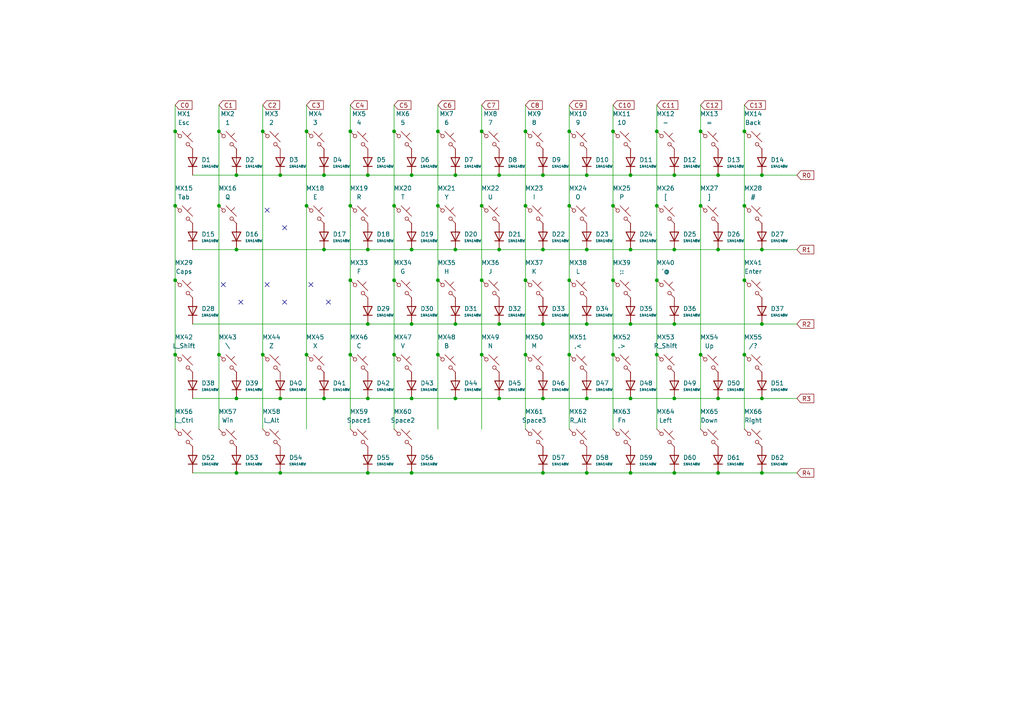
<source format=kicad_sch>
(kicad_sch (version 20250114) (generator "eeschema") (generator_version "9.0")
  (paper "A4")
  (junction (at 165.1 102.87))
  (junction (at 195.58 137.16))
  (junction (at 170.18 93.98))
  (junction (at 170.18 115.57))
  (junction (at 76.2 102.87))
  (junction (at 81.28 50.8))
  (junction (at 182.88 50.8))
  (junction (at 152.4 38.1))
  (junction (at 165.1 81.28))
  (junction (at 190.5 59.69))
  (junction (at 215.9 102.87))
  (junction (at 101.6 102.87))
  (junction (at 195.58 50.8))
  (junction (at 139.7 59.69))
  (junction (at 93.98 115.57))
  (junction (at 93.98 72.39))
  (junction (at 220.98 50.8))
  (junction (at 101.6 59.69))
  (junction (at 88.9 38.1))
  (junction (at 144.78 115.57))
  (junction (at 152.4 102.87))
  (junction (at 68.58 72.39))
  (junction (at 132.08 50.8))
  (junction (at 170.18 50.8))
  (junction (at 157.48 50.8))
  (junction (at 170.18 137.16))
  (junction (at 182.88 137.16))
  (junction (at 127 59.69))
  (junction (at 157.48 137.16))
  (junction (at 127 38.1))
  (junction (at 177.8 59.69))
  (junction (at 177.8 38.1))
  (junction (at 220.98 137.16))
  (junction (at 208.28 115.57))
  (junction (at 106.68 72.39))
  (junction (at 119.38 115.57))
  (junction (at 63.5 59.69))
  (junction (at 127 102.87))
  (junction (at 220.98 115.57))
  (junction (at 190.5 38.1))
  (junction (at 157.48 93.98))
  (junction (at 50.8 102.87))
  (junction (at 132.08 93.98))
  (junction (at 63.5 102.87))
  (junction (at 177.8 102.87))
  (junction (at 215.9 59.69))
  (junction (at 195.58 115.57))
  (junction (at 106.68 93.98))
  (junction (at 114.3 102.87))
  (junction (at 165.1 59.69))
  (junction (at 208.28 137.16))
  (junction (at 170.18 72.39))
  (junction (at 203.2 102.87))
  (junction (at 50.8 38.1))
  (junction (at 152.4 81.28))
  (junction (at 152.4 59.69))
  (junction (at 139.7 38.1))
  (junction (at 144.78 93.98))
  (junction (at 127 81.28))
  (junction (at 68.58 137.16))
  (junction (at 195.58 72.39))
  (junction (at 106.68 50.8))
  (junction (at 132.08 115.57))
  (junction (at 139.7 81.28))
  (junction (at 106.68 137.16))
  (junction (at 182.88 72.39))
  (junction (at 203.2 59.69))
  (junction (at 157.48 72.39))
  (junction (at 119.38 137.16))
  (junction (at 68.58 115.57))
  (junction (at 119.38 93.98))
  (junction (at 68.58 50.8))
  (junction (at 165.1 38.1))
  (junction (at 190.5 81.28))
  (junction (at 132.08 72.39))
  (junction (at 114.3 59.69))
  (junction (at 208.28 72.39))
  (junction (at 157.48 115.57))
  (junction (at 139.7 102.87))
  (junction (at 215.9 38.1))
  (junction (at 114.3 81.28))
  (junction (at 220.98 93.98))
  (junction (at 119.38 50.8))
  (junction (at 220.98 72.39))
  (junction (at 50.8 59.69))
  (junction (at 63.5 38.1))
  (junction (at 88.9 59.69))
  (junction (at 81.28 137.16))
  (junction (at 182.88 93.98))
  (junction (at 106.68 115.57))
  (junction (at 144.78 50.8))
  (junction (at 50.8 81.28))
  (junction (at 93.98 50.8))
  (junction (at 119.38 72.39))
  (junction (at 177.8 81.28))
  (junction (at 101.6 81.28))
  (junction (at 190.5 102.87))
  (junction (at 144.78 72.39))
  (junction (at 203.2 38.1))
  (junction (at 101.6 38.1))
  (junction (at 76.2 38.1))
  (junction (at 81.28 115.57))
  (junction (at 195.58 93.98))
  (junction (at 208.28 50.8))
  (junction (at 88.9 102.87))
  (junction (at 114.3 38.1))
  (junction (at 182.88 115.57))
  (junction (at 215.9 81.28))
  (no_connect (at 64.77 82.55))
  (no_connect (at 77.47 82.55))
  (no_connect (at 95.25 87.63))
  (no_connect (at 82.55 66.04))
  (no_connect (at 69.85 87.63))
  (no_connect (at 77.47 60.96))
  (no_connect (at 82.55 87.63))
  (no_connect (at 90.17 82.55))
  (wire (pts (xy 132.08 115.57) (xy 144.78 115.57)))
  (wire (pts (xy 215.9 102.87) (xy 215.9 124.46)))
  (wire (pts (xy 50.8 30.48) (xy 50.8 38.1)))
  (wire (pts (xy 50.8 59.69) (xy 50.8 81.28)))
  (wire (pts (xy 139.7 59.69) (xy 139.7 81.28)))
  (wire (pts (xy 190.5 38.1) (xy 190.5 59.69)))
  (wire (pts (xy 88.9 30.48) (xy 88.9 38.1)))
  (wire (pts (xy 63.5 102.87) (xy 63.5 124.46)))
  (wire (pts (xy 119.38 50.8) (xy 132.08 50.8)))
  (wire (pts (xy 165.1 38.1) (xy 165.1 59.69)))
  (wire (pts (xy 114.3 38.1) (xy 114.3 59.69)))
  (wire (pts (xy 152.4 59.69) (xy 152.4 81.28)))
  (wire (pts (xy 165.1 30.48) (xy 165.1 38.1)))
  (wire (pts (xy 127 59.69) (xy 127 81.28)))
  (wire (pts (xy 68.58 50.8) (xy 81.28 50.8)))
  (wire (pts (xy 152.4 38.1) (xy 152.4 59.69)))
  (wire (pts (xy 208.28 115.57) (xy 220.98 115.57)))
  (wire (pts (xy 119.38 72.39) (xy 132.08 72.39)))
  (wire (pts (xy 215.9 81.28) (xy 215.9 102.87)))
  (wire (pts (xy 195.58 72.39) (xy 208.28 72.39)))
  (wire (pts (xy 139.7 38.1) (xy 139.7 59.69)))
  (wire (pts (xy 203.2 38.1) (xy 203.2 59.69)))
  (wire (pts (xy 144.78 50.8) (xy 157.48 50.8)))
  (wire (pts (xy 220.98 93.98) (xy 231.14 93.98)))
  (wire (pts (xy 127 102.87) (xy 127 124.46)))
  (wire (pts (xy 101.6 38.1) (xy 101.6 59.69)))
  (wire (pts (xy 177.8 38.1) (xy 177.8 59.69)))
  (wire (pts (xy 195.58 115.57) (xy 208.28 115.57)))
  (wire (pts (xy 76.2 38.1) (xy 76.2 30.48)))
  (wire (pts (xy 114.3 102.87) (xy 114.3 124.46)))
  (wire (pts (xy 220.98 115.57) (xy 231.14 115.57)))
  (wire (pts (xy 50.8 102.87) (xy 50.8 124.46)))
  (wire (pts (xy 203.2 59.69) (xy 203.2 102.87)))
  (wire (pts (xy 88.9 59.69) (xy 88.9 102.87)))
  (wire (pts (xy 139.7 102.87) (xy 139.7 124.46)))
  (wire (pts (xy 177.8 81.28) (xy 177.8 102.87)))
  (wire (pts (xy 190.5 30.48) (xy 190.5 38.1)))
  (wire (pts (xy 68.58 115.57) (xy 81.28 115.57)))
  (wire (pts (xy 55.88 72.39) (xy 68.58 72.39)))
  (wire (pts (xy 165.1 81.28) (xy 165.1 102.87)))
  (wire (pts (xy 63.5 38.1) (xy 63.5 59.69)))
  (wire (pts (xy 215.9 38.1) (xy 215.9 59.69)))
  (wire (pts (xy 132.08 50.8) (xy 144.78 50.8)))
  (wire (pts (xy 203.2 30.48) (xy 203.2 38.1)))
  (wire (pts (xy 101.6 81.28) (xy 101.6 102.87)))
  (wire (pts (xy 170.18 93.98) (xy 182.88 93.98)))
  (wire (pts (xy 182.88 93.98) (xy 195.58 93.98)))
  (wire (pts (xy 81.28 137.16) (xy 106.68 137.16)))
  (wire (pts (xy 220.98 72.39) (xy 231.14 72.39)))
  (wire (pts (xy 144.78 93.98) (xy 157.48 93.98)))
  (wire (pts (xy 182.88 50.8) (xy 195.58 50.8)))
  (wire (pts (xy 55.88 93.98) (xy 106.68 93.98)))
  (wire (pts (xy 132.08 72.39) (xy 144.78 72.39)))
  (wire (pts (xy 157.48 93.98) (xy 170.18 93.98)))
  (wire (pts (xy 68.58 137.16) (xy 81.28 137.16)))
  (wire (pts (xy 208.28 72.39) (xy 220.98 72.39)))
  (wire (pts (xy 177.8 59.69) (xy 177.8 81.28)))
  (wire (pts (xy 106.68 72.39) (xy 119.38 72.39)))
  (wire (pts (xy 119.38 93.98) (xy 132.08 93.98)))
  (wire (pts (xy 139.7 81.28) (xy 139.7 102.87)))
  (wire (pts (xy 55.88 137.16) (xy 68.58 137.16)))
  (wire (pts (xy 88.9 38.1) (xy 88.9 59.69)))
  (wire (pts (xy 50.8 81.28) (xy 50.8 102.87)))
  (wire (pts (xy 177.8 30.48) (xy 177.8 38.1)))
  (wire (pts (xy 88.9 102.87) (xy 88.9 124.46)))
  (wire (pts (xy 127 38.1) (xy 127 59.69)))
  (wire (pts (xy 81.28 115.57) (xy 93.98 115.57)))
  (wire (pts (xy 63.5 59.69) (xy 63.5 102.87)))
  (wire (pts (xy 114.3 30.48) (xy 114.3 38.1)))
  (wire (pts (xy 106.68 50.8) (xy 119.38 50.8)))
  (wire (pts (xy 93.98 50.8) (xy 106.68 50.8)))
  (wire (pts (xy 152.4 30.48) (xy 152.4 38.1)))
  (wire (pts (xy 195.58 137.16) (xy 208.28 137.16)))
  (wire (pts (xy 119.38 115.57) (xy 132.08 115.57)))
  (wire (pts (xy 127 81.28) (xy 127 102.87)))
  (wire (pts (xy 106.68 137.16) (xy 119.38 137.16)))
  (wire (pts (xy 157.48 137.16) (xy 170.18 137.16)))
  (wire (pts (xy 114.3 59.69) (xy 114.3 81.28)))
  (wire (pts (xy 93.98 72.39) (xy 106.68 72.39)))
  (wire (pts (xy 190.5 59.69) (xy 190.5 81.28)))
  (wire (pts (xy 165.1 59.69) (xy 165.1 81.28)))
  (wire (pts (xy 119.38 137.16) (xy 157.48 137.16)))
  (wire (pts (xy 195.58 50.8) (xy 208.28 50.8)))
  (wire (pts (xy 170.18 72.39) (xy 182.88 72.39)))
  (wire (pts (xy 157.48 115.57) (xy 170.18 115.57)))
  (wire (pts (xy 215.9 30.48) (xy 215.9 38.1)))
  (wire (pts (xy 114.3 81.28) (xy 114.3 102.87)))
  (wire (pts (xy 220.98 137.16) (xy 231.14 137.16)))
  (wire (pts (xy 101.6 30.48) (xy 101.6 38.1)))
  (wire (pts (xy 182.88 115.57) (xy 195.58 115.57)))
  (wire (pts (xy 195.58 93.98) (xy 220.98 93.98)))
  (wire (pts (xy 170.18 115.57) (xy 182.88 115.57)))
  (wire (pts (xy 190.5 102.87) (xy 190.5 124.46)))
  (wire (pts (xy 50.8 38.1) (xy 50.8 59.69)))
  (wire (pts (xy 139.7 30.48) (xy 139.7 38.1)))
  (wire (pts (xy 101.6 59.69) (xy 101.6 81.28)))
  (wire (pts (xy 81.28 50.8) (xy 93.98 50.8)))
  (wire (pts (xy 152.4 81.28) (xy 152.4 102.87)))
  (wire (pts (xy 106.68 93.98) (xy 119.38 93.98)))
  (wire (pts (xy 157.48 50.8) (xy 170.18 50.8)))
  (wire (pts (xy 182.88 137.16) (xy 195.58 137.16)))
  (wire (pts (xy 208.28 50.8) (xy 220.98 50.8)))
  (wire (pts (xy 101.6 102.87) (xy 101.6 124.46)))
  (wire (pts (xy 208.28 137.16) (xy 220.98 137.16)))
  (wire (pts (xy 177.8 102.87) (xy 177.8 124.46)))
  (wire (pts (xy 55.88 50.8) (xy 68.58 50.8)))
  (wire (pts (xy 144.78 72.39) (xy 157.48 72.39)))
  (wire (pts (xy 203.2 102.87) (xy 203.2 124.46)))
  (wire (pts (xy 76.2 102.87) (xy 76.2 124.46)))
  (wire (pts (xy 68.58 72.39) (xy 93.98 72.39)))
  (wire (pts (xy 170.18 50.8) (xy 182.88 50.8)))
  (wire (pts (xy 165.1 102.87) (xy 165.1 124.46)))
  (wire (pts (xy 170.18 137.16) (xy 182.88 137.16)))
  (wire (pts (xy 106.68 115.57) (xy 119.38 115.57)))
  (wire (pts (xy 215.9 59.69) (xy 215.9 81.28)))
  (wire (pts (xy 93.98 115.57) (xy 106.68 115.57)))
  (wire (pts (xy 132.08 93.98) (xy 144.78 93.98)))
  (wire (pts (xy 190.5 81.28) (xy 190.5 102.87)))
  (wire (pts (xy 127 30.48) (xy 127 38.1)))
  (wire (pts (xy 144.78 115.57) (xy 157.48 115.57)))
  (wire (pts (xy 76.2 38.1) (xy 76.2 102.87)))
  (wire (pts (xy 63.5 30.48) (xy 63.5 38.1)))
  (wire (pts (xy 157.48 72.39) (xy 170.18 72.39)))
  (wire (pts (xy 182.88 72.39) (xy 195.58 72.39)))
  (wire (pts (xy 152.4 102.87) (xy 152.4 124.46)))
  (wire (pts (xy 55.88 115.57) (xy 68.58 115.57)))
  (wire (pts (xy 220.98 50.8) (xy 231.14 50.8)))
  (global_label "R4" (shape input) (at 231.14 137.16 0) (property "Intersheetrefs" "${INTERSHEET_REFS}" (effects (hide yes))))
  (global_label "C11" (shape input) (at 190.5 30.48 0) (property "Intersheetrefs" "${INTERSHEET_REFS}" (effects (hide yes))))
  (global_label "C9" (shape input) (at 165.1 30.48 0) (property "Intersheetrefs" "${INTERSHEET_REFS}" (effects (hide yes))))
  (global_label "R1" (shape input) (at 231.14 72.39 0) (property "Intersheetrefs" "${INTERSHEET_REFS}" (effects (hide yes))))
  (global_label "R2" (shape input) (at 231.14 93.98 0) (property "Intersheetrefs" "${INTERSHEET_REFS}" (effects (hide yes))))
  (global_label "C2" (shape input) (at 76.2 30.48 0) (property "Intersheetrefs" "${INTERSHEET_REFS}" (effects (hide yes))))
  (global_label "C6" (shape input) (at 127 30.48 0) (property "Intersheetrefs" "${INTERSHEET_REFS}" (effects (hide yes))))
  (global_label "C12" (shape input) (at 203.2 30.48 0) (property "Intersheetrefs" "${INTERSHEET_REFS}" (effects (hide yes))))
  (global_label "R0" (shape input) (at 231.14 50.8 0) (property "Intersheetrefs" "${INTERSHEET_REFS}" (effects (hide yes))))
  (global_label "C7" (shape input) (at 139.7 30.48 0) (property "Intersheetrefs" "${INTERSHEET_REFS}" (effects (hide yes))))
  (global_label "C10" (shape input) (at 177.8 30.48 0) (property "Intersheetrefs" "${INTERSHEET_REFS}" (effects (hide yes))))
  (global_label "C1" (shape input) (at 63.5 30.48 0) (property "Intersheetrefs" "${INTERSHEET_REFS}" (effects (hide yes))))
  (global_label "C5" (shape input) (at 114.3 30.48 0) (property "Intersheetrefs" "${INTERSHEET_REFS}" (effects (hide yes))))
  (global_label "C13" (shape input) (at 215.9 30.48 0) (property "Intersheetrefs" "${INTERSHEET_REFS}" (effects (hide yes))))
  (global_label "C8" (shape input) (at 152.4 30.48 0) (property "Intersheetrefs" "${INTERSHEET_REFS}" (effects (hide yes))))
  (global_label "R3" (shape input) (at 231.14 115.57 0) (property "Intersheetrefs" "${INTERSHEET_REFS}" (effects (hide yes))))
  (global_label "C0" (shape input) (at 50.8 30.48 0) (property "Intersheetrefs" "${INTERSHEET_REFS}" (effects (hide yes))))
  (global_label "C3" (shape input) (at 88.9 30.48 0) (property "Intersheetrefs" "${INTERSHEET_REFS}" (effects (hide yes))))
  (global_label "C4" (shape input) (at 101.6 30.48 0) (property "Intersheetrefs" "${INTERSHEET_REFS}" (effects (hide yes))))
  (symbol (lib_id "PCM_marbastlib-mx:MX_SW_HS_CPG151101S11") (at 53.34 105.41 0) (unit 1)
    (property "Reference" "MX42" (at 53.34 97.79 0))
    (property "Value" "L_Shift" (at 53.34 100.33 0))
    (property "Footprint" "MX_Hotswap:MX-Hotswap-1.25U" (effects (hide yes)))
    (property "Description" "Push button switch, normally open, two pins, 45° tilted, Kailh CPG151101S11 for Cherry MX style switches" (effects (hide yes)))
  )
  (symbol (lib_id "Diode:1N4148W") (at 157.48 46.99 90) (unit 1)
    (property "Reference" "D9" (at 160.02 46.3549 90) (effects (justify right)))
    (property "Value" "1N4148W" (at 160.02 48.26 90) (effects (font (size 0.7 0.7)) (justify right)))
    (property "Footprint" "Mars_Library:D_SOD-123_Mars" (effects (hide yes)))
    (property "Datasheet" "https://www.vishay.com/docs/85748/1n4148w.pdf" (effects (hide yes)))
    (property "Description" "75V 0.15A Fast Switching Diode, SOD-123" (effects (hide yes)))
    (property "Sim.Device" "D" (effects (hide yes)))
    (property "Sim.Pins" "1=K 2=A" (effects (hide yes)))
  )
  (symbol (lib_id "PCM_marbastlib-mx:MX_SW_HS_CPG151101S11") (at 154.94 127 0) (unit 1)
    (property "Reference" "MX61" (at 154.94 119.38 0))
    (property "Value" "Space3" (at 154.94 121.92 0))
    (property "Footprint" "MX_Hotswap:MX-Hotswap-1.25U" (effects (hide yes)))
    (property "Description" "Push button switch, normally open, two pins, 45° tilted, Kailh CPG151101S11 for Cherry MX style switches" (effects (hide yes)))
  )
  (symbol (lib_id "PCM_marbastlib-mx:MX_SW_HS_CPG151101S11") (at 129.54 62.23 0) (unit 1)
    (property "Reference" "MX21" (at 129.54 54.61 0))
    (property "Value" "Y" (at 129.54 57.15 0))
    (property "Footprint" "MX_Hotswap:MX-Hotswap-1U" (effects (hide yes)))
    (property "Description" "Push button switch, normally open, two pins, 45° tilted, Kailh CPG151101S11 for Cherry MX style switches" (effects (hide yes)))
  )
  (symbol (lib_id "Diode:1N4148W") (at 55.88 90.17 90) (unit 1)
    (property "Reference" "D28" (at 58.42 89.5349 90) (effects (justify right)))
    (property "Value" "1N4148W" (at 58.42 91.44 90) (effects (font (size 0.7 0.7)) (justify right)))
    (property "Footprint" "Mars_Library:D_SOD-123_Mars" (effects (hide yes)))
    (property "Datasheet" "https://www.vishay.com/docs/85748/1n4148w.pdf" (effects (hide yes)))
    (property "Description" "75V 0.15A Fast Switching Diode, SOD-123" (effects (hide yes)))
    (property "Sim.Device" "D" (effects (hide yes)))
    (property "Sim.Pins" "1=K 2=A" (effects (hide yes)))
  )
  (symbol (lib_id "PCM_marbastlib-mx:MX_SW_HS_CPG151101S11") (at 142.24 83.82 0) (unit 1)
    (property "Reference" "MX36" (at 142.24 76.2 0))
    (property "Value" "J" (at 142.24 78.74 0))
    (property "Footprint" "MX_Hotswap:MX-Hotswap-1U" (effects (hide yes)))
    (property "Description" "Push button switch, normally open, two pins, 45° tilted, Kailh CPG151101S11 for Cherry MX style switches" (effects (hide yes)))
  )
  (symbol (lib_id "Diode:1N4148W") (at 119.38 68.58 90) (unit 1)
    (property "Reference" "D19" (at 121.92 67.9449 90) (effects (justify right)))
    (property "Value" "1N4148W" (at 121.92 69.85 90) (effects (font (size 0.7 0.7)) (justify right)))
    (property "Footprint" "Mars_Library:D_SOD-123_Mars" (effects (hide yes)))
    (property "Datasheet" "https://www.vishay.com/docs/85748/1n4148w.pdf" (effects (hide yes)))
    (property "Description" "75V 0.15A Fast Switching Diode, SOD-123" (effects (hide yes)))
    (property "Sim.Device" "D" (effects (hide yes)))
    (property "Sim.Pins" "1=K 2=A" (effects (hide yes)))
  )
  (symbol (lib_id "PCM_marbastlib-mx:MX_SW_HS_CPG151101S11") (at 167.64 40.64 0) (unit 1)
    (property "Reference" "MX10" (at 167.64 33.02 0))
    (property "Value" "9" (at 167.64 35.56 0))
    (property "Footprint" "MX_Hotswap:MX-Hotswap-1U" (effects (hide yes)))
    (property "Description" "Push button switch, normally open, two pins, 45° tilted, Kailh CPG151101S11 for Cherry MX style switches" (effects (hide yes)))
  )
  (symbol (lib_id "Diode:1N4148W") (at 55.88 46.99 90) (unit 1)
    (property "Reference" "D1" (at 58.42 46.3549 90) (effects (justify right)))
    (property "Value" "1N4148W" (at 58.42 48.26 90) (effects (font (size 0.7 0.7)) (justify right)))
    (property "Footprint" "Mars_Library:D_SOD-123_Mars" (effects (hide yes)))
    (property "Datasheet" "https://www.vishay.com/docs/85748/1n4148w.pdf" (effects (hide yes)))
    (property "Description" "75V 0.15A Fast Switching Diode, SOD-123" (effects (hide yes)))
    (property "Sim.Device" "D" (effects (hide yes)))
    (property "Sim.Pins" "1=K 2=A" (effects (hide yes)))
  )
  (symbol (lib_id "PCM_marbastlib-mx:MX_SW_HS_CPG151101S11") (at 53.34 127 0) (unit 1)
    (property "Reference" "MX56" (at 53.34 119.38 0))
    (property "Value" "L_Ctrl" (at 53.34 121.92 0))
    (property "Footprint" "MX_Hotswap:MX-Hotswap-1.25U" (effects (hide yes)))
    (property "Description" "Push button switch, normally open, two pins, 45° tilted, Kailh CPG151101S11 for Cherry MX style switches" (effects (hide yes)))
  )
  (symbol (lib_id "Diode:1N4148W") (at 106.68 46.99 90) (unit 1)
    (property "Reference" "D5" (at 109.22 46.3549 90) (effects (justify right)))
    (property "Value" "1N4148W" (at 109.22 48.26 90) (effects (font (size 0.7 0.7)) (justify right)))
    (property "Footprint" "Mars_Library:D_SOD-123_Mars" (effects (hide yes)))
    (property "Datasheet" "https://www.vishay.com/docs/85748/1n4148w.pdf" (effects (hide yes)))
    (property "Description" "75V 0.15A Fast Switching Diode, SOD-123" (effects (hide yes)))
    (property "Sim.Device" "D" (effects (hide yes)))
    (property "Sim.Pins" "1=K 2=A" (effects (hide yes)))
  )
  (symbol (lib_id "Diode:1N4148W") (at 170.18 90.17 90) (unit 1)
    (property "Reference" "D34" (at 172.72 89.5349 90) (effects (justify right)))
    (property "Value" "1N4148W" (at 172.72 91.44 90) (effects (font (size 0.7 0.7)) (justify right)))
    (property "Footprint" "Mars_Library:D_SOD-123_Mars" (effects (hide yes)))
    (property "Datasheet" "https://www.vishay.com/docs/85748/1n4148w.pdf" (effects (hide yes)))
    (property "Description" "75V 0.15A Fast Switching Diode, SOD-123" (effects (hide yes)))
    (property "Sim.Device" "D" (effects (hide yes)))
    (property "Sim.Pins" "1=K 2=A" (effects (hide yes)))
  )
  (symbol (lib_id "PCM_marbastlib-mx:MX_SW_HS_CPG151101S11") (at 193.04 40.64 0) (unit 1)
    (property "Reference" "MX12" (at 193.04 33.02 0))
    (property "Value" "-" (at 193.04 35.56 0))
    (property "Footprint" "MX_Hotswap:MX-Hotswap-1U" (effects (hide yes)))
    (property "Description" "Push button switch, normally open, two pins, 45° tilted, Kailh CPG151101S11 for Cherry MX style switches" (effects (hide yes)))
  )
  (symbol (lib_id "Diode:1N4148W") (at 132.08 46.99 90) (unit 1)
    (property "Reference" "D7" (at 134.62 46.3549 90) (effects (justify right)))
    (property "Value" "1N4148W" (at 134.62 48.26 90) (effects (font (size 0.7 0.7)) (justify right)))
    (property "Footprint" "Mars_Library:D_SOD-123_Mars" (effects (hide yes)))
    (property "Datasheet" "https://www.vishay.com/docs/85748/1n4148w.pdf" (effects (hide yes)))
    (property "Description" "75V 0.15A Fast Switching Diode, SOD-123" (effects (hide yes)))
    (property "Sim.Device" "D" (effects (hide yes)))
    (property "Sim.Pins" "1=K 2=A" (effects (hide yes)))
  )
  (symbol (lib_id "Diode:1N4148W") (at 195.58 90.17 90) (unit 1)
    (property "Reference" "D36" (at 198.12 89.5349 90) (effects (justify right)))
    (property "Value" "1N4148W" (at 198.12 91.44 90) (effects (font (size 0.7 0.7)) (justify right)))
    (property "Footprint" "Mars_Library:D_SOD-123_Mars" (effects (hide yes)))
    (property "Datasheet" "https://www.vishay.com/docs/85748/1n4148w.pdf" (effects (hide yes)))
    (property "Description" "75V 0.15A Fast Switching Diode, SOD-123" (effects (hide yes)))
    (property "Sim.Device" "D" (effects (hide yes)))
    (property "Sim.Pins" "1=K 2=A" (effects (hide yes)))
  )
  (symbol (lib_id "PCM_marbastlib-mx:MX_SW_HS_CPG151101S11") (at 193.04 127 0) (unit 1)
    (property "Reference" "MX64" (at 193.04 119.38 0))
    (property "Value" "Left" (at 193.04 121.92 0))
    (property "Footprint" "MX_Hotswap:MX-Hotswap-1U" (effects (hide yes)))
    (property "Description" "Push button switch, normally open, two pins, 45° tilted, Kailh CPG151101S11 for Cherry MX style switches" (effects (hide yes)))
  )
  (symbol (lib_id "Diode:1N4148W") (at 119.38 90.17 90) (unit 1)
    (property "Reference" "D30" (at 121.92 89.5349 90) (effects (justify right)))
    (property "Value" "1N4148W" (at 121.92 91.44 90) (effects (font (size 0.7 0.7)) (justify right)))
    (property "Footprint" "Mars_Library:D_SOD-123_Mars" (effects (hide yes)))
    (property "Datasheet" "https://www.vishay.com/docs/85748/1n4148w.pdf" (effects (hide yes)))
    (property "Description" "75V 0.15A Fast Switching Diode, SOD-123" (effects (hide yes)))
    (property "Sim.Device" "D" (effects (hide yes)))
    (property "Sim.Pins" "1=K 2=A" (effects (hide yes)))
  )
  (symbol (lib_id "Diode:1N4148W") (at 170.18 111.76 90) (unit 1)
    (property "Reference" "D47" (at 172.72 111.1249 90) (effects (justify right)))
    (property "Value" "1N4148W" (at 172.72 113.03 90) (effects (font (size 0.7 0.7)) (justify right)))
    (property "Footprint" "Mars_Library:D_SOD-123_Mars" (effects (hide yes)))
    (property "Datasheet" "https://www.vishay.com/docs/85748/1n4148w.pdf" (effects (hide yes)))
    (property "Description" "75V 0.15A Fast Switching Diode, SOD-123" (effects (hide yes)))
    (property "Sim.Device" "D" (effects (hide yes)))
    (property "Sim.Pins" "1=K 2=A" (effects (hide yes)))
  )
  (symbol (lib_id "PCM_marbastlib-mx:MX_SW_HS_CPG151101S11") (at 180.34 127 0) (unit 1)
    (property "Reference" "MX63" (at 180.34 119.38 0))
    (property "Value" "Fn" (at 180.34 121.92 0))
    (property "Footprint" "MX_Hotswap:MX-Hotswap-1U" (effects (hide yes)))
    (property "Description" "Push button switch, normally open, two pins, 45° tilted, Kailh CPG151101S11 for Cherry MX style switches" (effects (hide yes)))
  )
  (symbol (lib_id "PCM_marbastlib-mx:MX_SW_HS_CPG151101S11") (at 53.34 62.23 0) (unit 1)
    (property "Reference" "MX15" (at 53.34 54.61 0))
    (property "Value" "Tab" (at 53.34 57.15 0))
    (property "Footprint" "MX_Hotswap:MX-Hotswap-1.5U" (effects (hide yes)))
    (property "Description" "Push button switch, normally open, two pins, 45° tilted, Kailh CPG151101S11 for Cherry MX style switches" (effects (hide yes)))
  )
  (symbol (lib_id "PCM_marbastlib-mx:MX_SW_HS_CPG151101S11") (at 218.44 62.23 0) (unit 1)
    (property "Reference" "MX28" (at 218.44 54.61 0))
    (property "Value" "#" (at 218.44 57.15 0))
    (property "Footprint" "MX_Hotswap:MX-Hotswap-1.5U" (effects (hide yes)))
    (property "Description" "Push button switch, normally open, two pins, 45° tilted, Kailh CPG151101S11 for Cherry MX style switches" (effects (hide yes)))
  )
  (symbol (lib_id "PCM_marbastlib-mx:MX_SW_HS_CPG151101S11") (at 180.34 105.41 0) (unit 1)
    (property "Reference" "MX52" (at 180.34 97.79 0))
    (property "Value" ".>" (at 180.34 100.33 0))
    (property "Footprint" "MX_Hotswap:MX-Hotswap-1U" (effects (hide yes)))
    (property "Description" "Push button switch, normally open, two pins, 45° tilted, Kailh CPG151101S11 for Cherry MX style switches" (effects (hide yes)))
  )
  (symbol (lib_id "PCM_marbastlib-mx:MX_SW_HS_CPG151101S11") (at 218.44 83.82 0) (unit 1)
    (property "Reference" "MX41" (at 218.44 76.2 0))
    (property "Value" "Enter" (at 218.44 78.74 0))
    (property "Footprint" "MX_Hotswap:MX-Hotswap-2.25U" (effects (hide yes)))
    (property "Description" "Push button switch, normally open, two pins, 45° tilted, Kailh CPG151101S11 for Cherry MX style switches" (effects (hide yes)))
  )
  (symbol (lib_id "Diode:1N4148W") (at 220.98 90.17 90) (unit 1)
    (property "Reference" "D37" (at 223.52 89.5349 90) (effects (justify right)))
    (property "Value" "1N4148W" (at 223.52 91.44 90) (effects (font (size 0.7 0.7)) (justify right)))
    (property "Footprint" "Mars_Library:D_SOD-123_Mars" (effects (hide yes)))
    (property "Datasheet" "https://www.vishay.com/docs/85748/1n4148w.pdf" (effects (hide yes)))
    (property "Description" "75V 0.15A Fast Switching Diode, SOD-123" (effects (hide yes)))
    (property "Sim.Device" "D" (effects (hide yes)))
    (property "Sim.Pins" "1=K 2=A" (effects (hide yes)))
  )
  (symbol (lib_id "PCM_marbastlib-mx:MX_SW_HS_CPG151101S11") (at 205.74 105.41 0) (unit 1)
    (property "Reference" "MX54" (at 205.74 97.79 0))
    (property "Value" "Up" (at 205.74 100.33 0))
    (property "Footprint" "MX_Hotswap:MX-Hotswap-1U" (effects (hide yes)))
    (property "Description" "Push button switch, normally open, two pins, 45° tilted, Kailh CPG151101S11 for Cherry MX style switches" (effects (hide yes)))
  )
  (symbol (lib_id "Diode:1N4148W") (at 208.28 68.58 90) (unit 1)
    (property "Reference" "D26" (at 210.82 67.9449 90) (effects (justify right)))
    (property "Value" "1N4148W" (at 210.82 69.85 90) (effects (font (size 0.7 0.7)) (justify right)))
    (property "Footprint" "Mars_Library:D_SOD-123_Mars" (effects (hide yes)))
    (property "Datasheet" "https://www.vishay.com/docs/85748/1n4148w.pdf" (effects (hide yes)))
    (property "Description" "75V 0.15A Fast Switching Diode, SOD-123" (effects (hide yes)))
    (property "Sim.Device" "D" (effects (hide yes)))
    (property "Sim.Pins" "1=K 2=A" (effects (hide yes)))
  )
  (symbol (lib_id "Diode:1N4148W") (at 170.18 133.35 90) (unit 1)
    (property "Reference" "D58" (at 172.72 132.7149 90) (effects (justify right)))
    (property "Value" "1N4148W" (at 172.72 134.62 90) (effects (font (size 0.7 0.7)) (justify right)))
    (property "Footprint" "Mars_Library:D_SOD-123_Mars" (effects (hide yes)))
    (property "Datasheet" "https://www.vishay.com/docs/85748/1n4148w.pdf" (effects (hide yes)))
    (property "Description" "75V 0.15A Fast Switching Diode, SOD-123" (effects (hide yes)))
    (property "Sim.Device" "D" (effects (hide yes)))
    (property "Sim.Pins" "1=K 2=A" (effects (hide yes)))
  )
  (symbol (lib_id "Diode:1N4148W") (at 81.28 133.35 90) (unit 1)
    (property "Reference" "D54" (at 83.82 132.7149 90) (effects (justify right)))
    (property "Value" "1N4148W" (at 83.82 134.62 90) (effects (font (size 0.7 0.7)) (justify right)))
    (property "Footprint" "Mars_Library:D_SOD-123_Mars" (effects (hide yes)))
    (property "Datasheet" "https://www.vishay.com/docs/85748/1n4148w.pdf" (effects (hide yes)))
    (property "Description" "75V 0.15A Fast Switching Diode, SOD-123" (effects (hide yes)))
    (property "Sim.Device" "D" (effects (hide yes)))
    (property "Sim.Pins" "1=K 2=A" (effects (hide yes)))
  )
  (symbol (lib_id "PCM_marbastlib-mx:MX_SW_HS_CPG151101S11") (at 218.44 105.41 0) (unit 1)
    (property "Reference" "MX55" (at 218.44 97.79 0))
    (property "Value" "/?" (at 218.44 100.33 0))
    (property "Footprint" "MX_Hotswap:MX-Hotswap-1U" (effects (hide yes)))
    (property "Description" "Push button switch, normally open, two pins, 45° tilted, Kailh CPG151101S11 for Cherry MX style switches" (effects (hide yes)))
  )
  (symbol (lib_id "PCM_marbastlib-mx:MX_SW_HS_CPG151101S11") (at 154.94 62.23 0) (unit 1)
    (property "Reference" "MX23" (at 154.94 54.61 0))
    (property "Value" "I" (at 154.94 57.15 0))
    (property "Footprint" "MX_Hotswap:MX-Hotswap-1U" (effects (hide yes)))
    (property "Description" "Push button switch, normally open, two pins, 45° tilted, Kailh CPG151101S11 for Cherry MX style switches" (effects (hide yes)))
  )
  (symbol (lib_id "Diode:1N4148W") (at 208.28 133.35 90) (unit 1)
    (property "Reference" "D61" (at 210.82 132.7149 90) (effects (justify right)))
    (property "Value" "1N4148W" (at 210.82 134.62 90) (effects (font (size 0.7 0.7)) (justify right)))
    (property "Footprint" "Mars_Library:D_SOD-123_Mars" (effects (hide yes)))
    (property "Datasheet" "https://www.vishay.com/docs/85748/1n4148w.pdf" (effects (hide yes)))
    (property "Description" "75V 0.15A Fast Switching Diode, SOD-123" (effects (hide yes)))
    (property "Sim.Device" "D" (effects (hide yes)))
    (property "Sim.Pins" "1=K 2=A" (effects (hide yes)))
  )
  (symbol (lib_id "Diode:1N4148W") (at 157.48 133.35 90) (unit 1)
    (property "Reference" "D57" (at 160.02 132.7149 90) (effects (justify right)))
    (property "Value" "1N4148W" (at 160.02 134.62 90) (effects (font (size 0.7 0.7)) (justify right)))
    (property "Footprint" "Mars_Library:D_SOD-123_Mars" (effects (hide yes)))
    (property "Datasheet" "https://www.vishay.com/docs/85748/1n4148w.pdf" (effects (hide yes)))
    (property "Description" "75V 0.15A Fast Switching Diode, SOD-123" (effects (hide yes)))
    (property "Sim.Device" "D" (effects (hide yes)))
    (property "Sim.Pins" "1=K 2=A" (effects (hide yes)))
  )
  (symbol (lib_id "PCM_marbastlib-mx:MX_SW_HS_CPG151101S11") (at 104.14 62.23 0) (unit 1)
    (property "Reference" "MX19" (at 104.14 54.61 0))
    (property "Value" "R" (at 104.14 57.15 0))
    (property "Footprint" "MX_Hotswap:MX-Hotswap-1U" (effects (hide yes)))
    (property "Description" "Push button switch, normally open, two pins, 45° tilted, Kailh CPG151101S11 for Cherry MX style switches" (effects (hide yes)))
  )
  (symbol (lib_id "PCM_marbastlib-mx:MX_SW_HS_CPG151101S11") (at 167.64 83.82 0) (unit 1)
    (property "Reference" "MX38" (at 167.64 76.2 0))
    (property "Value" "L" (at 167.64 78.74 0))
    (property "Footprint" "MX_Hotswap:MX-Hotswap-1U" (effects (hide yes)))
    (property "Description" "Push button switch, normally open, two pins, 45° tilted, Kailh CPG151101S11 for Cherry MX style switches" (effects (hide yes)))
  )
  (symbol (lib_id "Diode:1N4148W") (at 182.88 111.76 90) (unit 1)
    (property "Reference" "D48" (at 185.42 111.1249 90) (effects (justify right)))
    (property "Value" "1N4148W" (at 185.42 113.03 90) (effects (font (size 0.7 0.7)) (justify right)))
    (property "Footprint" "Mars_Library:D_SOD-123_Mars" (effects (hide yes)))
    (property "Datasheet" "https://www.vishay.com/docs/85748/1n4148w.pdf" (effects (hide yes)))
    (property "Description" "75V 0.15A Fast Switching Diode, SOD-123" (effects (hide yes)))
    (property "Sim.Device" "D" (effects (hide yes)))
    (property "Sim.Pins" "1=K 2=A" (effects (hide yes)))
  )
  (symbol (lib_id "Diode:1N4148W") (at 119.38 46.99 90) (unit 1)
    (property "Reference" "D6" (at 121.92 46.3549 90) (effects (justify right)))
    (property "Value" "1N4148W" (at 121.92 48.26 90) (effects (font (size 0.7 0.7)) (justify right)))
    (property "Footprint" "Mars_Library:D_SOD-123_Mars" (effects (hide yes)))
    (property "Datasheet" "https://www.vishay.com/docs/85748/1n4148w.pdf" (effects (hide yes)))
    (property "Description" "75V 0.15A Fast Switching Diode, SOD-123" (effects (hide yes)))
    (property "Sim.Device" "D" (effects (hide yes)))
    (property "Sim.Pins" "1=K 2=A" (effects (hide yes)))
  )
  (symbol (lib_id "Diode:1N4148W") (at 68.58 133.35 90) (unit 1)
    (property "Reference" "D53" (at 71.12 132.7149 90) (effects (justify right)))
    (property "Value" "1N4148W" (at 71.12 134.62 90) (effects (font (size 0.7 0.7)) (justify right)))
    (property "Footprint" "Mars_Library:D_SOD-123_Mars" (effects (hide yes)))
    (property "Datasheet" "https://www.vishay.com/docs/85748/1n4148w.pdf" (effects (hide yes)))
    (property "Description" "75V 0.15A Fast Switching Diode, SOD-123" (effects (hide yes)))
    (property "Sim.Device" "D" (effects (hide yes)))
    (property "Sim.Pins" "1=K 2=A" (effects (hide yes)))
  )
  (symbol (lib_id "Diode:1N4148W") (at 93.98 46.99 90) (unit 1)
    (property "Reference" "D4" (at 96.52 46.3549 90) (effects (justify right)))
    (property "Value" "1N4148W" (at 96.52 48.26 90) (effects (font (size 0.7 0.7)) (justify right)))
    (property "Footprint" "Mars_Library:D_SOD-123_Mars" (effects (hide yes)))
    (property "Datasheet" "https://www.vishay.com/docs/85748/1n4148w.pdf" (effects (hide yes)))
    (property "Description" "75V 0.15A Fast Switching Diode, SOD-123" (effects (hide yes)))
    (property "Sim.Device" "D" (effects (hide yes)))
    (property "Sim.Pins" "1=K 2=A" (effects (hide yes)))
  )
  (symbol (lib_id "Diode:1N4148W") (at 182.88 68.58 90) (unit 1)
    (property "Reference" "D24" (at 185.42 67.9449 90) (effects (justify right)))
    (property "Value" "1N4148W" (at 185.42 69.85 90) (effects (font (size 0.7 0.7)) (justify right)))
    (property "Footprint" "Mars_Library:D_SOD-123_Mars" (effects (hide yes)))
    (property "Datasheet" "https://www.vishay.com/docs/85748/1n4148w.pdf" (effects (hide yes)))
    (property "Description" "75V 0.15A Fast Switching Diode, SOD-123" (effects (hide yes)))
    (property "Sim.Device" "D" (effects (hide yes)))
    (property "Sim.Pins" "1=K 2=A" (effects (hide yes)))
  )
  (symbol (lib_id "PCM_marbastlib-mx:MX_SW_HS_CPG151101S11") (at 154.94 40.64 0) (unit 1)
    (property "Reference" "MX9" (at 154.94 33.02 0))
    (property "Value" "8" (at 154.94 35.56 0))
    (property "Footprint" "MX_Hotswap:MX-Hotswap-1U" (effects (hide yes)))
    (property "Description" "Push button switch, normally open, two pins, 45° tilted, Kailh CPG151101S11 for Cherry MX style switches" (effects (hide yes)))
  )
  (symbol (lib_id "Diode:1N4148W") (at 220.98 46.99 90) (unit 1)
    (property "Reference" "D14" (at 223.52 46.3549 90) (effects (justify right)))
    (property "Value" "1N4148W" (at 223.52 48.26 90) (effects (font (size 0.7 0.7)) (justify right)))
    (property "Footprint" "Mars_Library:D_SOD-123_Mars" (effects (hide yes)))
    (property "Datasheet" "https://www.vishay.com/docs/85748/1n4148w.pdf" (effects (hide yes)))
    (property "Description" "75V 0.15A Fast Switching Diode, SOD-123" (effects (hide yes)))
    (property "Sim.Device" "D" (effects (hide yes)))
    (property "Sim.Pins" "1=K 2=A" (effects (hide yes)))
  )
  (symbol (lib_id "Diode:1N4148W") (at 195.58 68.58 90) (unit 1)
    (property "Reference" "D25" (at 198.12 67.9449 90) (effects (justify right)))
    (property "Value" "1N4148W" (at 198.12 69.85 90) (effects (font (size 0.7 0.7)) (justify right)))
    (property "Footprint" "Mars_Library:D_SOD-123_Mars" (effects (hide yes)))
    (property "Datasheet" "https://www.vishay.com/docs/85748/1n4148w.pdf" (effects (hide yes)))
    (property "Description" "75V 0.15A Fast Switching Diode, SOD-123" (effects (hide yes)))
    (property "Sim.Device" "D" (effects (hide yes)))
    (property "Sim.Pins" "1=K 2=A" (effects (hide yes)))
  )
  (symbol (lib_id "PCM_marbastlib-mx:MX_SW_HS_CPG151101S11") (at 91.44 40.64 0) (unit 1)
    (property "Reference" "MX4" (at 91.44 33.02 0))
    (property "Value" "3" (at 91.44 35.56 0))
    (property "Footprint" "MX_Hotswap:MX-Hotswap-1U" (effects (hide yes)))
    (property "Description" "Push button switch, normally open, two pins, 45° tilted, Kailh CPG151101S11 for Cherry MX style switches" (effects (hide yes)))
  )
  (symbol (lib_id "PCM_marbastlib-mx:MX_SW_HS_CPG151101S11") (at 91.44 62.23 0) (unit 1)
    (property "Reference" "MX18" (at 91.44 54.61 0))
    (property "Value" "E" (at 91.44 57.15 0))
    (property "Footprint" "MX_Hotswap:MX-Hotswap-1U" (effects (hide yes)))
    (property "Description" "Push button switch, normally open, two pins, 45° tilted, Kailh CPG151101S11 for Cherry MX style switches" (effects (hide yes)))
  )
  (symbol (lib_id "Diode:1N4148W") (at 55.88 68.58 90) (unit 1)
    (property "Reference" "D15" (at 58.42 67.9449 90) (effects (justify right)))
    (property "Value" "1N4148W" (at 58.42 69.85 90) (effects (font (size 0.7 0.7)) (justify right)))
    (property "Footprint" "Mars_Library:D_SOD-123_Mars" (effects (hide yes)))
    (property "Datasheet" "https://www.vishay.com/docs/85748/1n4148w.pdf" (effects (hide yes)))
    (property "Description" "75V 0.15A Fast Switching Diode, SOD-123" (effects (hide yes)))
    (property "Sim.Device" "D" (effects (hide yes)))
    (property "Sim.Pins" "1=K 2=A" (effects (hide yes)))
  )
  (symbol (lib_id "PCM_marbastlib-mx:MX_SW_HS_CPG151101S11") (at 66.04 40.64 0) (unit 1)
    (property "Reference" "MX2" (at 66.04 33.02 0))
    (property "Value" "1" (at 66.04 35.56 0))
    (property "Footprint" "MX_Hotswap:MX-Hotswap-1U" (effects (hide yes)))
    (property "Description" "Push button switch, normally open, two pins, 45° tilted, Kailh CPG151101S11 for Cherry MX style switches" (effects (hide yes)))
  )
  (symbol (lib_id "Diode:1N4148W") (at 157.48 90.17 90) (unit 1)
    (property "Reference" "D33" (at 160.02 89.5349 90) (effects (justify right)))
    (property "Value" "1N4148W" (at 160.02 91.44 90) (effects (font (size 0.7 0.7)) (justify right)))
    (property "Footprint" "Mars_Library:D_SOD-123_Mars" (effects (hide yes)))
    (property "Datasheet" "https://www.vishay.com/docs/85748/1n4148w.pdf" (effects (hide yes)))
    (property "Description" "75V 0.15A Fast Switching Diode, SOD-123" (effects (hide yes)))
    (property "Sim.Device" "D" (effects (hide yes)))
    (property "Sim.Pins" "1=K 2=A" (effects (hide yes)))
  )
  (symbol (lib_id "Diode:1N4148W") (at 144.78 68.58 90) (unit 1)
    (property "Reference" "D21" (at 147.32 67.9449 90) (effects (justify right)))
    (property "Value" "1N4148W" (at 147.32 69.85 90) (effects (font (size 0.7 0.7)) (justify right)))
    (property "Footprint" "Mars_Library:D_SOD-123_Mars" (effects (hide yes)))
    (property "Datasheet" "https://www.vishay.com/docs/85748/1n4148w.pdf" (effects (hide yes)))
    (property "Description" "75V 0.15A Fast Switching Diode, SOD-123" (effects (hide yes)))
    (property "Sim.Device" "D" (effects (hide yes)))
    (property "Sim.Pins" "1=K 2=A" (effects (hide yes)))
  )
  (symbol (lib_id "PCM_marbastlib-mx:MX_SW_HS_CPG151101S11") (at 205.74 127 0) (unit 1)
    (property "Reference" "MX65" (at 205.74 119.38 0))
    (property "Value" "Down" (at 205.74 121.92 0))
    (property "Footprint" "MX_Hotswap:MX-Hotswap-1U" (effects (hide yes)))
    (property "Description" "Push button switch, normally open, two pins, 45° tilted, Kailh CPG151101S11 for Cherry MX style switches" (effects (hide yes)))
  )
  (symbol (lib_id "PCM_marbastlib-mx:MX_SW_HS_CPG151101S11") (at 104.14 127 0) (unit 1)
    (property "Reference" "MX59" (at 104.14 119.38 0))
    (property "Value" "Space1" (at 104.14 121.92 0))
    (property "Footprint" "MX_Hotswap:MX-Hotswap-2.75U" (effects (hide yes)))
    (property "Description" "Push button switch, normally open, two pins, 45° tilted, Kailh CPG151101S11 for Cherry MX style switches" (effects (hide yes)))
  )
  (symbol (lib_id "Diode:1N4148W") (at 195.58 46.99 90) (unit 1)
    (property "Reference" "D12" (at 198.12 46.3549 90) (effects (justify right)))
    (property "Value" "1N4148W" (at 198.12 48.26 90) (effects (font (size 0.7 0.7)) (justify right)))
    (property "Footprint" "Mars_Library:D_SOD-123_Mars" (effects (hide yes)))
    (property "Datasheet" "https://www.vishay.com/docs/85748/1n4148w.pdf" (effects (hide yes)))
    (property "Description" "75V 0.15A Fast Switching Diode, SOD-123" (effects (hide yes)))
    (property "Sim.Device" "D" (effects (hide yes)))
    (property "Sim.Pins" "1=K 2=A" (effects (hide yes)))
  )
  (symbol (lib_id "Diode:1N4148W") (at 68.58 46.99 90) (unit 1)
    (property "Reference" "D2" (at 71.12 46.3549 90) (effects (justify right)))
    (property "Value" "1N4148W" (at 71.12 48.26 90) (effects (font (size 0.7 0.7)) (justify right)))
    (property "Footprint" "Mars_Library:D_SOD-123_Mars" (effects (hide yes)))
    (property "Datasheet" "https://www.vishay.com/docs/85748/1n4148w.pdf" (effects (hide yes)))
    (property "Description" "75V 0.15A Fast Switching Diode, SOD-123" (effects (hide yes)))
    (property "Sim.Device" "D" (effects (hide yes)))
    (property "Sim.Pins" "1=K 2=A" (effects (hide yes)))
  )
  (symbol (lib_id "Diode:1N4148W") (at 106.68 111.76 90) (unit 1)
    (property "Reference" "D42" (at 109.22 111.1249 90) (effects (justify right)))
    (property "Value" "1N4148W" (at 109.22 113.03 90) (effects (font (size 0.7 0.7)) (justify right)))
    (property "Footprint" "Mars_Library:D_SOD-123_Mars" (effects (hide yes)))
    (property "Datasheet" "https://www.vishay.com/docs/85748/1n4148w.pdf" (effects (hide yes)))
    (property "Description" "75V 0.15A Fast Switching Diode, SOD-123" (effects (hide yes)))
    (property "Sim.Device" "D" (effects (hide yes)))
    (property "Sim.Pins" "1=K 2=A" (effects (hide yes)))
  )
  (symbol (lib_id "PCM_marbastlib-mx:MX_SW_HS_CPG151101S11") (at 104.14 105.41 0) (unit 1)
    (property "Reference" "MX46" (at 104.14 97.79 0))
    (property "Value" "C" (at 104.14 100.33 0))
    (property "Footprint" "MX_Hotswap:MX-Hotswap-1U" (effects (hide yes)))
    (property "Description" "Push button switch, normally open, two pins, 45° tilted, Kailh CPG151101S11 for Cherry MX style switches" (effects (hide yes)))
  )
  (symbol (lib_id "PCM_marbastlib-mx:MX_SW_HS_CPG151101S11") (at 180.34 83.82 0) (unit 1)
    (property "Reference" "MX39" (at 180.34 76.2 0))
    (property "Value" ";:" (at 180.34 78.74 0))
    (property "Footprint" "MX_Hotswap:MX-Hotswap-1U" (effects (hide yes)))
    (property "Description" "Push button switch, normally open, two pins, 45° tilted, Kailh CPG151101S11 for Cherry MX style switches" (effects (hide yes)))
  )
  (symbol (lib_id "PCM_marbastlib-mx:MX_SW_HS_CPG151101S11") (at 116.84 40.64 0) (unit 1)
    (property "Reference" "MX6" (at 116.84 33.02 0))
    (property "Value" "5" (at 116.84 35.56 0))
    (property "Footprint" "MX_Hotswap:MX-Hotswap-1U" (effects (hide yes)))
    (property "Description" "Push button switch, normally open, two pins, 45° tilted, Kailh CPG151101S11 for Cherry MX style switches" (effects (hide yes)))
  )
  (symbol (lib_id "PCM_marbastlib-mx:MX_SW_HS_CPG151101S11") (at 218.44 40.64 0) (unit 1)
    (property "Reference" "MX14" (at 218.44 33.02 0))
    (property "Value" "Back" (at 218.44 35.56 0))
    (property "Footprint" "MX_Hotswap:MX-Hotswap-1U" (effects (hide yes)))
    (property "Description" "Push button switch, normally open, two pins, 45° tilted, Kailh CPG151101S11 for Cherry MX style switches" (effects (hide yes)))
  )
  (symbol (lib_id "PCM_marbastlib-mx:MX_SW_HS_CPG151101S11") (at 78.74 105.41 0) (unit 1)
    (property "Reference" "MX44" (at 78.74 97.79 0))
    (property "Value" "Z" (at 78.74 100.33 0))
    (property "Footprint" "MX_Hotswap:MX-Hotswap-1U" (effects (hide yes)))
    (property "Description" "Push button switch, normally open, two pins, 45° tilted, Kailh CPG151101S11 for Cherry MX style switches" (effects (hide yes)))
  )
  (symbol (lib_id "Diode:1N4148W") (at 68.58 68.58 90) (unit 1)
    (property "Reference" "D16" (at 71.12 67.9449 90) (effects (justify right)))
    (property "Value" "1N4148W" (at 71.12 69.85 90) (effects (font (size 0.7 0.7)) (justify right)))
    (property "Footprint" "Mars_Library:D_SOD-123_Mars" (effects (hide yes)))
    (property "Datasheet" "https://www.vishay.com/docs/85748/1n4148w.pdf" (effects (hide yes)))
    (property "Description" "75V 0.15A Fast Switching Diode, SOD-123" (effects (hide yes)))
    (property "Sim.Device" "D" (effects (hide yes)))
    (property "Sim.Pins" "1=K 2=A" (effects (hide yes)))
  )
  (symbol (lib_id "Diode:1N4148W") (at 81.28 111.76 90) (unit 1)
    (property "Reference" "D40" (at 83.82 111.1249 90) (effects (justify right)))
    (property "Value" "1N4148W" (at 83.82 113.03 90) (effects (font (size 0.7 0.7)) (justify right)))
    (property "Footprint" "Mars_Library:D_SOD-123_Mars" (effects (hide yes)))
    (property "Datasheet" "https://www.vishay.com/docs/85748/1n4148w.pdf" (effects (hide yes)))
    (property "Description" "75V 0.15A Fast Switching Diode, SOD-123" (effects (hide yes)))
    (property "Sim.Device" "D" (effects (hide yes)))
    (property "Sim.Pins" "1=K 2=A" (effects (hide yes)))
  )
  (symbol (lib_id "PCM_marbastlib-mx:MX_SW_HS_CPG151101S11") (at 116.84 62.23 0) (unit 1)
    (property "Reference" "MX20" (at 116.84 54.61 0))
    (property "Value" "T" (at 116.84 57.15 0))
    (property "Footprint" "MX_Hotswap:MX-Hotswap-1U" (effects (hide yes)))
    (property "Description" "Push button switch, normally open, two pins, 45° tilted, Kailh CPG151101S11 for Cherry MX style switches" (effects (hide yes)))
  )
  (symbol (lib_id "Diode:1N4148W") (at 81.28 46.99 90) (unit 1)
    (property "Reference" "D3" (at 83.82 46.3549 90) (effects (justify right)))
    (property "Value" "1N4148W" (at 83.82 48.26 90) (effects (font (size 0.7 0.7)) (justify right)))
    (property "Footprint" "Mars_Library:D_SOD-123_Mars" (effects (hide yes)))
    (property "Datasheet" "https://www.vishay.com/docs/85748/1n4148w.pdf" (effects (hide yes)))
    (property "Description" "75V 0.15A Fast Switching Diode, SOD-123" (effects (hide yes)))
    (property "Sim.Device" "D" (effects (hide yes)))
    (property "Sim.Pins" "1=K 2=A" (effects (hide yes)))
  )
  (symbol (lib_id "PCM_marbastlib-mx:MX_SW_HS_CPG151101S11") (at 116.84 83.82 0) (unit 1)
    (property "Reference" "MX34" (at 116.84 76.2 0))
    (property "Value" "G" (at 116.84 78.74 0))
    (property "Footprint" "MX_Hotswap:MX-Hotswap-1U" (effects (hide yes)))
    (property "Description" "Push button switch, normally open, two pins, 45° tilted, Kailh CPG151101S11 for Cherry MX style switches" (effects (hide yes)))
  )
  (symbol (lib_id "Diode:1N4148W") (at 144.78 111.76 90) (unit 1)
    (property "Reference" "D45" (at 147.32 111.1249 90) (effects (justify right)))
    (property "Value" "1N4148W" (at 147.32 113.03 90) (effects (font (size 0.7 0.7)) (justify right)))
    (property "Footprint" "Mars_Library:D_SOD-123_Mars" (effects (hide yes)))
    (property "Datasheet" "https://www.vishay.com/docs/85748/1n4148w.pdf" (effects (hide yes)))
    (property "Description" "75V 0.15A Fast Switching Diode, SOD-123" (effects (hide yes)))
    (property "Sim.Device" "D" (effects (hide yes)))
    (property "Sim.Pins" "1=K 2=A" (effects (hide yes)))
  )
  (symbol (lib_id "PCM_marbastlib-mx:MX_SW_HS_CPG151101S11") (at 193.04 83.82 0) (unit 1)
    (property "Reference" "MX40" (at 193.04 76.2 0))
    (property "Value" "'@" (at 193.04 78.74 0))
    (property "Footprint" "MX_Hotswap:MX-Hotswap-1U" (effects (hide yes)))
    (property "Description" "Push button switch, normally open, two pins, 45° tilted, Kailh CPG151101S11 for Cherry MX style switches" (effects (hide yes)))
  )
  (symbol (lib_id "PCM_marbastlib-mx:MX_SW_HS_CPG151101S11") (at 78.74 40.64 0) (unit 1)
    (property "Reference" "MX3" (at 78.74 33.02 0))
    (property "Value" "2" (at 78.74 35.56 0))
    (property "Footprint" "MX_Hotswap:MX-Hotswap-1U" (effects (hide yes)))
    (property "Description" "Push button switch, normally open, two pins, 45° tilted, Kailh CPG151101S11 for Cherry MX style switches" (effects (hide yes)))
  )
  (symbol (lib_id "PCM_marbastlib-mx:MX_SW_HS_CPG151101S11") (at 205.74 62.23 0) (unit 1)
    (property "Reference" "MX27" (at 205.74 54.61 0))
    (property "Value" "]" (at 205.74 57.15 0))
    (property "Footprint" "MX_Hotswap:MX-Hotswap-1U" (effects (hide yes)))
    (property "Description" "Push button switch, normally open, two pins, 45° tilted, Kailh CPG151101S11 for Cherry MX style switches" (effects (hide yes)))
  )
  (symbol (lib_id "Diode:1N4148W") (at 220.98 68.58 90) (unit 1)
    (property "Reference" "D27" (at 223.52 67.9449 90) (effects (justify right)))
    (property "Value" "1N4148W" (at 223.52 69.85 90) (effects (font (size 0.7 0.7)) (justify right)))
    (property "Footprint" "Mars_Library:D_SOD-123_Mars" (effects (hide yes)))
    (property "Datasheet" "https://www.vishay.com/docs/85748/1n4148w.pdf" (effects (hide yes)))
    (property "Description" "75V 0.15A Fast Switching Diode, SOD-123" (effects (hide yes)))
    (property "Sim.Device" "D" (effects (hide yes)))
    (property "Sim.Pins" "1=K 2=A" (effects (hide yes)))
  )
  (symbol (lib_id "PCM_marbastlib-mx:MX_SW_HS_CPG151101S11") (at 66.04 127 0) (unit 1)
    (property "Reference" "MX57" (at 66.04 119.38 0))
    (property "Value" "Win" (at 66.04 121.92 0))
    (property "Footprint" "MX_Hotswap:MX-Hotswap-1.25U" (effects (hide yes)))
    (property "Description" "Push button switch, normally open, two pins, 45° tilted, Kailh CPG151101S11 for Cherry MX style switches" (effects (hide yes)))
  )
  (symbol (lib_id "Diode:1N4148W") (at 93.98 68.58 90) (unit 1)
    (property "Reference" "D17" (at 96.52 67.9449 90) (effects (justify right)))
    (property "Value" "1N4148W" (at 96.52 69.85 90) (effects (font (size 0.7 0.7)) (justify right)))
    (property "Footprint" "Mars_Library:D_SOD-123_Mars" (effects (hide yes)))
    (property "Datasheet" "https://www.vishay.com/docs/85748/1n4148w.pdf" (effects (hide yes)))
    (property "Description" "75V 0.15A Fast Switching Diode, SOD-123" (effects (hide yes)))
    (property "Sim.Device" "D" (effects (hide yes)))
    (property "Sim.Pins" "1=K 2=A" (effects (hide yes)))
  )
  (symbol (lib_id "PCM_marbastlib-mx:MX_SW_HS_CPG151101S11") (at 129.54 105.41 0) (unit 1)
    (property "Reference" "MX48" (at 129.54 97.79 0))
    (property "Value" "B" (at 129.54 100.33 0))
    (property "Footprint" "MX_Hotswap:MX-Hotswap-1U" (effects (hide yes)))
    (property "Description" "Push button switch, normally open, two pins, 45° tilted, Kailh CPG151101S11 for Cherry MX style switches" (effects (hide yes)))
  )
  (symbol (lib_id "PCM_marbastlib-mx:MX_SW_HS_CPG151101S11") (at 142.24 105.41 0) (unit 1)
    (property "Reference" "MX49" (at 142.24 97.79 0))
    (property "Value" "N" (at 142.24 100.33 0))
    (property "Footprint" "MX_Hotswap:MX-Hotswap-1U" (effects (hide yes)))
    (property "Description" "Push button switch, normally open, two pins, 45° tilted, Kailh CPG151101S11 for Cherry MX style switches" (effects (hide yes)))
  )
  (symbol (lib_id "Diode:1N4148W") (at 182.88 46.99 90) (unit 1)
    (property "Reference" "D11" (at 185.42 46.3549 90) (effects (justify right)))
    (property "Value" "1N4148W" (at 185.42 48.26 90) (effects (font (size 0.7 0.7)) (justify right)))
    (property "Footprint" "Mars_Library:D_SOD-123_Mars" (effects (hide yes)))
    (property "Datasheet" "https://www.vishay.com/docs/85748/1n4148w.pdf" (effects (hide yes)))
    (property "Description" "75V 0.15A Fast Switching Diode, SOD-123" (effects (hide yes)))
    (property "Sim.Device" "D" (effects (hide yes)))
    (property "Sim.Pins" "1=K 2=A" (effects (hide yes)))
  )
  (symbol (lib_id "PCM_marbastlib-mx:MX_SW_HS_CPG151101S11") (at 129.54 40.64 0) (unit 1)
    (property "Reference" "MX7" (at 129.54 33.02 0))
    (property "Value" "6" (at 129.54 35.56 0))
    (property "Footprint" "MX_Hotswap:MX-Hotswap-1U" (effects (hide yes)))
    (property "Description" "Push button switch, normally open, two pins, 45° tilted, Kailh CPG151101S11 for Cherry MX style switches" (effects (hide yes)))
  )
  (symbol (lib_id "PCM_marbastlib-mx:MX_SW_HS_CPG151101S11") (at 167.64 62.23 0) (unit 1)
    (property "Reference" "MX24" (at 167.64 54.61 0))
    (property "Value" "O" (at 167.64 57.15 0))
    (property "Footprint" "MX_Hotswap:MX-Hotswap-1U" (effects (hide yes)))
    (property "Description" "Push button switch, normally open, two pins, 45° tilted, Kailh CPG151101S11 for Cherry MX style switches" (effects (hide yes)))
  )
  (symbol (lib_id "PCM_marbastlib-mx:MX_SW_HS_CPG151101S11") (at 193.04 105.41 0) (unit 1)
    (property "Reference" "MX53" (at 193.04 97.79 0))
    (property "Value" "R_Shift" (at 193.04 100.33 0))
    (property "Footprint" "MX_Hotswap:MX-Hotswap-1.75U" (effects (hide yes)))
    (property "Description" "Push button switch, normally open, two pins, 45° tilted, Kailh CPG151101S11 for Cherry MX style switches" (effects (hide yes)))
  )
  (symbol (lib_id "PCM_marbastlib-mx:MX_SW_HS_CPG151101S11") (at 129.54 83.82 0) (unit 1)
    (property "Reference" "MX35" (at 129.54 76.2 0))
    (property "Value" "H" (at 129.54 78.74 0))
    (property "Footprint" "MX_Hotswap:MX-Hotswap-1U" (effects (hide yes)))
    (property "Description" "Push button switch, normally open, two pins, 45° tilted, Kailh CPG151101S11 for Cherry MX style switches" (effects (hide yes)))
  )
  (symbol (lib_id "Diode:1N4148W") (at 157.48 68.58 90) (unit 1)
    (property "Reference" "D22" (at 160.02 67.9449 90) (effects (justify right)))
    (property "Value" "1N4148W" (at 160.02 69.85 90) (effects (font (size 0.7 0.7)) (justify right)))
    (property "Footprint" "Mars_Library:D_SOD-123_Mars" (effects (hide yes)))
    (property "Datasheet" "https://www.vishay.com/docs/85748/1n4148w.pdf" (effects (hide yes)))
    (property "Description" "75V 0.15A Fast Switching Diode, SOD-123" (effects (hide yes)))
    (property "Sim.Device" "D" (effects (hide yes)))
    (property "Sim.Pins" "1=K 2=A" (effects (hide yes)))
  )
  (symbol (lib_id "Diode:1N4148W") (at 195.58 133.35 90) (unit 1)
    (property "Reference" "D60" (at 198.12 132.7149 90) (effects (justify right)))
    (property "Value" "1N4148W" (at 198.12 134.62 90) (effects (font (size 0.7 0.7)) (justify right)))
    (property "Footprint" "Mars_Library:D_SOD-123_Mars" (effects (hide yes)))
    (property "Datasheet" "https://www.vishay.com/docs/85748/1n4148w.pdf" (effects (hide yes)))
    (property "Description" "75V 0.15A Fast Switching Diode, SOD-123" (effects (hide yes)))
    (property "Sim.Device" "D" (effects (hide yes)))
    (property "Sim.Pins" "1=K 2=A" (effects (hide yes)))
  )
  (symbol (lib_id "PCM_marbastlib-mx:MX_SW_HS_CPG151101S11") (at 154.94 83.82 0) (unit 1)
    (property "Reference" "MX37" (at 154.94 76.2 0))
    (property "Value" "K" (at 154.94 78.74 0))
    (property "Footprint" "MX_Hotswap:MX-Hotswap-1U" (effects (hide yes)))
    (property "Description" "Push button switch, normally open, two pins, 45° tilted, Kailh CPG151101S11 for Cherry MX style switches" (effects (hide yes)))
  )
  (symbol (lib_id "PCM_marbastlib-mx:MX_SW_HS_CPG151101S11") (at 205.74 40.64 0) (unit 1)
    (property "Reference" "MX13" (at 205.74 33.02 0))
    (property "Value" "=" (at 205.74 35.56 0))
    (property "Footprint" "MX_Hotswap:MX-Hotswap-1U" (effects (hide yes)))
    (property "Description" "Push button switch, normally open, two pins, 45° tilted, Kailh CPG151101S11 for Cherry MX style switches" (effects (hide yes)))
  )
  (symbol (lib_id "Diode:1N4148W") (at 144.78 90.17 90) (unit 1)
    (property "Reference" "D32" (at 147.32 89.5349 90) (effects (justify right)))
    (property "Value" "1N4148W" (at 147.32 91.44 90) (effects (font (size 0.7 0.7)) (justify right)))
    (property "Footprint" "Mars_Library:D_SOD-123_Mars" (effects (hide yes)))
    (property "Datasheet" "https://www.vishay.com/docs/85748/1n4148w.pdf" (effects (hide yes)))
    (property "Description" "75V 0.15A Fast Switching Diode, SOD-123" (effects (hide yes)))
    (property "Sim.Device" "D" (effects (hide yes)))
    (property "Sim.Pins" "1=K 2=A" (effects (hide yes)))
  )
  (symbol (lib_id "Diode:1N4148W") (at 132.08 111.76 90) (unit 1)
    (property "Reference" "D44" (at 134.62 111.1249 90) (effects (justify right)))
    (property "Value" "1N4148W" (at 134.62 113.03 90) (effects (font (size 0.7 0.7)) (justify right)))
    (property "Footprint" "Mars_Library:D_SOD-123_Mars" (effects (hide yes)))
    (property "Datasheet" "https://www.vishay.com/docs/85748/1n4148w.pdf" (effects (hide yes)))
    (property "Description" "75V 0.15A Fast Switching Diode, SOD-123" (effects (hide yes)))
    (property "Sim.Device" "D" (effects (hide yes)))
    (property "Sim.Pins" "1=K 2=A" (effects (hide yes)))
  )
  (symbol (lib_id "Diode:1N4148W") (at 220.98 133.35 90) (unit 1)
    (property "Reference" "D62" (at 223.52 132.7149 90) (effects (justify right)))
    (property "Value" "1N4148W" (at 223.52 134.62 90) (effects (font (size 0.7 0.7)) (justify right)))
    (property "Footprint" "Mars_Library:D_SOD-123_Mars" (effects (hide yes)))
    (property "Datasheet" "https://www.vishay.com/docs/85748/1n4148w.pdf" (effects (hide yes)))
    (property "Description" "75V 0.15A Fast Switching Diode, SOD-123" (effects (hide yes)))
    (property "Sim.Device" "D" (effects (hide yes)))
    (property "Sim.Pins" "1=K 2=A" (effects (hide yes)))
  )
  (symbol (lib_id "Diode:1N4148W") (at 182.88 133.35 90) (unit 1)
    (property "Reference" "D59" (at 185.42 132.7149 90) (effects (justify right)))
    (property "Value" "1N4148W" (at 185.42 134.62 90) (effects (font (size 0.7 0.7)) (justify right)))
    (property "Footprint" "Mars_Library:D_SOD-123_Mars" (effects (hide yes)))
    (property "Datasheet" "https://www.vishay.com/docs/85748/1n4148w.pdf" (effects (hide yes)))
    (property "Description" "75V 0.15A Fast Switching Diode, SOD-123" (effects (hide yes)))
    (property "Sim.Device" "D" (effects (hide yes)))
    (property "Sim.Pins" "1=K 2=A" (effects (hide yes)))
  )
  (symbol (lib_id "Diode:1N4148W") (at 55.88 111.76 90) (unit 1)
    (property "Reference" "D38" (at 58.42 111.1249 90) (effects (justify right)))
    (property "Value" "1N4148W" (at 58.42 113.03 90) (effects (font (size 0.7 0.7)) (justify right)))
    (property "Footprint" "Mars_Library:D_SOD-123_Mars" (effects (hide yes)))
    (property "Datasheet" "https://www.vishay.com/docs/85748/1n4148w.pdf" (effects (hide yes)))
    (property "Description" "75V 0.15A Fast Switching Diode, SOD-123" (effects (hide yes)))
    (property "Sim.Device" "D" (effects (hide yes)))
    (property "Sim.Pins" "1=K 2=A" (effects (hide yes)))
  )
  (symbol (lib_id "Diode:1N4148W") (at 68.58 111.76 90) (unit 1)
    (property "Reference" "D39" (at 71.12 111.1249 90) (effects (justify right)))
    (property "Value" "1N4148W" (at 71.12 113.03 90) (effects (font (size 0.7 0.7)) (justify right)))
    (property "Footprint" "Mars_Library:D_SOD-123_Mars" (effects (hide yes)))
    (property "Datasheet" "https://www.vishay.com/docs/85748/1n4148w.pdf" (effects (hide yes)))
    (property "Description" "75V 0.15A Fast Switching Diode, SOD-123" (effects (hide yes)))
    (property "Sim.Device" "D" (effects (hide yes)))
    (property "Sim.Pins" "1=K 2=A" (effects (hide yes)))
  )
  (symbol (lib_id "Diode:1N4148W") (at 157.48 111.76 90) (unit 1)
    (property "Reference" "D46" (at 160.02 111.1249 90) (effects (justify right)))
    (property "Value" "1N4148W" (at 160.02 113.03 90) (effects (font (size 0.7 0.7)) (justify right)))
    (property "Footprint" "Mars_Library:D_SOD-123_Mars" (effects (hide yes)))
    (property "Datasheet" "https://www.vishay.com/docs/85748/1n4148w.pdf" (effects (hide yes)))
    (property "Description" "75V 0.15A Fast Switching Diode, SOD-123" (effects (hide yes)))
    (property "Sim.Device" "D" (effects (hide yes)))
    (property "Sim.Pins" "1=K 2=A" (effects (hide yes)))
  )
  (symbol (lib_id "Diode:1N4148W") (at 132.08 68.58 90) (unit 1)
    (property "Reference" "D20" (at 134.62 67.9449 90) (effects (justify right)))
    (property "Value" "1N4148W" (at 134.62 69.85 90) (effects (font (size 0.7 0.7)) (justify right)))
    (property "Footprint" "Mars_Library:D_SOD-123_Mars" (effects (hide yes)))
    (property "Datasheet" "https://www.vishay.com/docs/85748/1n4148w.pdf" (effects (hide yes)))
    (property "Description" "75V 0.15A Fast Switching Diode, SOD-123" (effects (hide yes)))
    (property "Sim.Device" "D" (effects (hide yes)))
    (property "Sim.Pins" "1=K 2=A" (effects (hide yes)))
  )
  (symbol (lib_id "PCM_marbastlib-mx:MX_SW_HS_CPG151101S11") (at 167.64 105.41 0) (unit 1)
    (property "Reference" "MX51" (at 167.64 97.79 0))
    (property "Value" ",<" (at 167.64 100.33 0))
    (property "Footprint" "MX_Hotswap:MX-Hotswap-1U" (effects (hide yes)))
    (property "Description" "Push button switch, normally open, two pins, 45° tilted, Kailh CPG151101S11 for Cherry MX style switches" (effects (hide yes)))
  )
  (symbol (lib_id "Diode:1N4148W") (at 132.08 90.17 90) (unit 1)
    (property "Reference" "D31" (at 134.62 89.5349 90) (effects (justify right)))
    (property "Value" "1N4148W" (at 134.62 91.44 90) (effects (font (size 0.7 0.7)) (justify right)))
    (property "Footprint" "Mars_Library:D_SOD-123_Mars" (effects (hide yes)))
    (property "Datasheet" "https://www.vishay.com/docs/85748/1n4148w.pdf" (effects (hide yes)))
    (property "Description" "75V 0.15A Fast Switching Diode, SOD-123" (effects (hide yes)))
    (property "Sim.Device" "D" (effects (hide yes)))
    (property "Sim.Pins" "1=K 2=A" (effects (hide yes)))
  )
  (symbol (lib_id "PCM_marbastlib-mx:MX_SW_HS_CPG151101S11") (at 167.64 127 0) (unit 1)
    (property "Reference" "MX62" (at 167.64 119.38 0))
    (property "Value" "R_Alt" (at 167.64 121.92 0))
    (property "Footprint" "MX_Hotswap:MX-Hotswap-1U" (effects (hide yes)))
    (property "Description" "Push button switch, normally open, two pins, 45° tilted, Kailh CPG151101S11 for Cherry MX style switches" (effects (hide yes)))
  )
  (symbol (lib_id "PCM_marbastlib-mx:MX_SW_HS_CPG151101S11") (at 218.44 127 0) (unit 1)
    (property "Reference" "MX66" (at 218.44 119.38 0))
    (property "Value" "Right" (at 218.44 121.92 0))
    (property "Footprint" "MX_Hotswap:MX-Hotswap-1U" (effects (hide yes)))
    (property "Description" "Push button switch, normally open, two pins, 45° tilted, Kailh CPG151101S11 for Cherry MX style switches" (effects (hide yes)))
  )
  (symbol (lib_id "Diode:1N4148W") (at 106.68 68.58 90) (unit 1)
    (property "Reference" "D18" (at 109.22 67.9449 90) (effects (justify right)))
    (property "Value" "1N4148W" (at 109.22 69.85 90) (effects (font (size 0.7 0.7)) (justify right)))
    (property "Footprint" "Mars_Library:D_SOD-123_Mars" (effects (hide yes)))
    (property "Datasheet" "https://www.vishay.com/docs/85748/1n4148w.pdf" (effects (hide yes)))
    (property "Description" "75V 0.15A Fast Switching Diode, SOD-123" (effects (hide yes)))
    (property "Sim.Device" "D" (effects (hide yes)))
    (property "Sim.Pins" "1=K 2=A" (effects (hide yes)))
  )
  (symbol (lib_id "Diode:1N4148W") (at 119.38 111.76 90) (unit 1)
    (property "Reference" "D43" (at 121.92 111.1249 90) (effects (justify right)))
    (property "Value" "1N4148W" (at 121.92 113.03 90) (effects (font (size 0.7 0.7)) (justify right)))
    (property "Footprint" "Mars_Library:D_SOD-123_Mars" (effects (hide yes)))
    (property "Datasheet" "https://www.vishay.com/docs/85748/1n4148w.pdf" (effects (hide yes)))
    (property "Description" "75V 0.15A Fast Switching Diode, SOD-123" (effects (hide yes)))
    (property "Sim.Device" "D" (effects (hide yes)))
    (property "Sim.Pins" "1=K 2=A" (effects (hide yes)))
  )
  (symbol (lib_id "Diode:1N4148W") (at 144.78 46.99 90) (unit 1)
    (property "Reference" "D8" (at 147.32 46.3549 90) (effects (justify right)))
    (property "Value" "1N4148W" (at 147.32 48.26 90) (effects (font (size 0.7 0.7)) (justify right)))
    (property "Footprint" "Mars_Library:D_SOD-123_Mars" (effects (hide yes)))
    (property "Datasheet" "https://www.vishay.com/docs/85748/1n4148w.pdf" (effects (hide yes)))
    (property "Description" "75V 0.15A Fast Switching Diode, SOD-123" (effects (hide yes)))
    (property "Sim.Device" "D" (effects (hide yes)))
    (property "Sim.Pins" "1=K 2=A" (effects (hide yes)))
  )
  (symbol (lib_id "Diode:1N4148W") (at 106.68 133.35 90) (unit 1)
    (property "Reference" "D55" (at 109.22 132.7149 90) (effects (justify right)))
    (property "Value" "1N4148W" (at 109.22 134.62 90) (effects (font (size 0.7 0.7)) (justify right)))
    (property "Footprint" "Mars_Library:D_SOD-123_Mars" (effects (hide yes)))
    (property "Datasheet" "https://www.vishay.com/docs/85748/1n4148w.pdf" (effects (hide yes)))
    (property "Description" "75V 0.15A Fast Switching Diode, SOD-123" (effects (hide yes)))
    (property "Sim.Device" "D" (effects (hide yes)))
    (property "Sim.Pins" "1=K 2=A" (effects (hide yes)))
  )
  (symbol (lib_id "Diode:1N4148W") (at 106.68 90.17 90) (unit 1)
    (property "Reference" "D29" (at 109.22 89.5349 90) (effects (justify right)))
    (property "Value" "1N4148W" (at 109.22 91.44 90) (effects (font (size 0.7 0.7)) (justify right)))
    (property "Footprint" "Mars_Library:D_SOD-123_Mars" (effects (hide yes)))
    (property "Datasheet" "https://www.vishay.com/docs/85748/1n4148w.pdf" (effects (hide yes)))
    (property "Description" "75V 0.15A Fast Switching Diode, SOD-123" (effects (hide yes)))
    (property "Sim.Device" "D" (effects (hide yes)))
    (property "Sim.Pins" "1=K 2=A" (effects (hide yes)))
  )
  (symbol (lib_id "Diode:1N4148W") (at 170.18 68.58 90) (unit 1)
    (property "Reference" "D23" (at 172.72 67.9449 90) (effects (justify right)))
    (property "Value" "1N4148W" (at 172.72 69.85 90) (effects (font (size 0.7 0.7)) (justify right)))
    (property "Footprint" "Mars_Library:D_SOD-123_Mars" (effects (hide yes)))
    (property "Datasheet" "https://www.vishay.com/docs/85748/1n4148w.pdf" (effects (hide yes)))
    (property "Description" "75V 0.15A Fast Switching Diode, SOD-123" (effects (hide yes)))
    (property "Sim.Device" "D" (effects (hide yes)))
    (property "Sim.Pins" "1=K 2=A" (effects (hide yes)))
  )
  (symbol (lib_id "Diode:1N4148W") (at 55.88 133.35 90) (unit 1)
    (property "Reference" "D52" (at 58.42 132.7149 90) (effects (justify right)))
    (property "Value" "1N4148W" (at 58.42 134.62 90) (effects (font (size 0.7 0.7)) (justify right)))
    (property "Footprint" "Mars_Library:D_SOD-123_Mars" (effects (hide yes)))
    (property "Datasheet" "https://www.vishay.com/docs/85748/1n4148w.pdf" (effects (hide yes)))
    (property "Description" "75V 0.15A Fast Switching Diode, SOD-123" (effects (hide yes)))
    (property "Sim.Device" "D" (effects (hide yes)))
    (property "Sim.Pins" "1=K 2=A" (effects (hide yes)))
  )
  (symbol (lib_id "PCM_marbastlib-mx:MX_SW_HS_CPG151101S11") (at 193.04 62.23 0) (unit 1)
    (property "Reference" "MX26" (at 193.04 54.61 0))
    (property "Value" "[" (at 193.04 57.15 0))
    (property "Footprint" "MX_Hotswap:MX-Hotswap-1U" (effects (hide yes)))
    (property "Description" "Push button switch, normally open, two pins, 45° tilted, Kailh CPG151101S11 for Cherry MX style switches" (effects (hide yes)))
  )
  (symbol (lib_id "Diode:1N4148W") (at 170.18 46.99 90) (unit 1)
    (property "Reference" "D10" (at 172.72 46.3549 90) (effects (justify right)))
    (property "Value" "1N4148W" (at 172.72 48.26 90) (effects (font (size 0.7 0.7)) (justify right)))
    (property "Footprint" "Mars_Library:D_SOD-123_Mars" (effects (hide yes)))
    (property "Datasheet" "https://www.vishay.com/docs/85748/1n4148w.pdf" (effects (hide yes)))
    (property "Description" "75V 0.15A Fast Switching Diode, SOD-123" (effects (hide yes)))
    (property "Sim.Device" "D" (effects (hide yes)))
    (property "Sim.Pins" "1=K 2=A" (effects (hide yes)))
  )
  (symbol (lib_id "Diode:1N4148W") (at 93.98 111.76 90) (unit 1)
    (property "Reference" "D41" (at 96.52 111.1249 90) (effects (justify right)))
    (property "Value" "1N4148W" (at 96.52 113.03 90) (effects (font (size 0.7 0.7)) (justify right)))
    (property "Footprint" "Mars_Library:D_SOD-123_Mars" (effects (hide yes)))
    (property "Datasheet" "https://www.vishay.com/docs/85748/1n4148w.pdf" (effects (hide yes)))
    (property "Description" "75V 0.15A Fast Switching Diode, SOD-123" (effects (hide yes)))
    (property "Sim.Device" "D" (effects (hide yes)))
    (property "Sim.Pins" "1=K 2=A" (effects (hide yes)))
  )
  (symbol (lib_id "PCM_marbastlib-mx:MX_SW_HS_CPG151101S11") (at 180.34 40.64 0) (unit 1)
    (property "Reference" "MX11" (at 180.34 33.02 0))
    (property "Value" "10" (at 180.34 35.56 0))
    (property "Footprint" "MX_Hotswap:MX-Hotswap-1U" (effects (hide yes)))
    (property "Description" "Push button switch, normally open, two pins, 45° tilted, Kailh CPG151101S11 for Cherry MX style switches" (effects (hide yes)))
  )
  (symbol (lib_id "PCM_marbastlib-mx:MX_SW_HS_CPG151101S11") (at 142.24 40.64 0) (unit 1)
    (property "Reference" "MX8" (at 142.24 33.02 0))
    (property "Value" "7" (at 142.24 35.56 0))
    (property "Footprint" "MX_Hotswap:MX-Hotswap-1U" (effects (hide yes)))
    (property "Description" "Push button switch, normally open, two pins, 45° tilted, Kailh CPG151101S11 for Cherry MX style switches" (effects (hide yes)))
  )
  (symbol (lib_id "Diode:1N4148W") (at 119.38 133.35 90) (unit 1)
    (property "Reference" "D56" (at 121.92 132.7149 90) (effects (justify right)))
    (property "Value" "1N4148W" (at 121.92 134.62 90) (effects (font (size 0.7 0.7)) (justify right)))
    (property "Footprint" "Mars_Library:D_SOD-123_Mars" (effects (hide yes)))
    (property "Datasheet" "https://www.vishay.com/docs/85748/1n4148w.pdf" (effects (hide yes)))
    (property "Description" "75V 0.15A Fast Switching Diode, SOD-123" (effects (hide yes)))
    (property "Sim.Device" "D" (effects (hide yes)))
    (property "Sim.Pins" "1=K 2=A" (effects (hide yes)))
  )
  (symbol (lib_id "PCM_marbastlib-mx:MX_SW_HS_CPG151101S11") (at 154.94 105.41 0) (unit 1)
    (property "Reference" "MX50" (at 154.94 97.79 0))
    (property "Value" "M" (at 154.94 100.33 0))
    (property "Footprint" "MX_Hotswap:MX-Hotswap-1U" (effects (hide yes)))
    (property "Description" "Push button switch, normally open, two pins, 45° tilted, Kailh CPG151101S11 for Cherry MX style switches" (effects (hide yes)))
  )
  (symbol (lib_id "Diode:1N4148W") (at 208.28 111.76 90) (unit 1)
    (property "Reference" "D50" (at 210.82 111.1249 90) (effects (justify right)))
    (property "Value" "1N4148W" (at 210.82 113.03 90) (effects (font (size 0.7 0.7)) (justify right)))
    (property "Footprint" "Mars_Library:D_SOD-123_Mars" (effects (hide yes)))
    (property "Datasheet" "https://www.vishay.com/docs/85748/1n4148w.pdf" (effects (hide yes)))
    (property "Description" "75V 0.15A Fast Switching Diode, SOD-123" (effects (hide yes)))
    (property "Sim.Device" "D" (effects (hide yes)))
    (property "Sim.Pins" "1=K 2=A" (effects (hide yes)))
  )
  (symbol (lib_id "PCM_marbastlib-mx:MX_SW_HS_CPG151101S11") (at 78.74 127 0) (unit 1)
    (property "Reference" "MX58" (at 78.74 119.38 0))
    (property "Value" "L_Alt" (at 78.74 121.92 0))
    (property "Footprint" "MX_Hotswap:MX-Hotswap-1.25U" (effects (hide yes)))
    (property "Description" "Push button switch, normally open, two pins, 45° tilted, Kailh CPG151101S11 for Cherry MX style switches" (effects (hide yes)))
  )
  (symbol (lib_id "Diode:1N4148W") (at 195.58 111.76 90) (unit 1)
    (property "Reference" "D49" (at 198.12 111.1249 90) (effects (justify right)))
    (property "Value" "1N4148W" (at 198.12 113.03 90) (effects (font (size 0.7 0.7)) (justify right)))
    (property "Footprint" "Mars_Library:D_SOD-123_Mars" (effects (hide yes)))
    (property "Datasheet" "https://www.vishay.com/docs/85748/1n4148w.pdf" (effects (hide yes)))
    (property "Description" "75V 0.15A Fast Switching Diode, SOD-123" (effects (hide yes)))
    (property "Sim.Device" "D" (effects (hide yes)))
    (property "Sim.Pins" "1=K 2=A" (effects (hide yes)))
  )
  (symbol (lib_id "Diode:1N4148W") (at 182.88 90.17 90) (unit 1)
    (property "Reference" "D35" (at 185.42 89.5349 90) (effects (justify right)))
    (property "Value" "1N4148W" (at 185.42 91.44 90) (effects (font (size 0.7 0.7)) (justify right)))
    (property "Footprint" "Mars_Library:D_SOD-123_Mars" (effects (hide yes)))
    (property "Datasheet" "https://www.vishay.com/docs/85748/1n4148w.pdf" (effects (hide yes)))
    (property "Description" "75V 0.15A Fast Switching Diode, SOD-123" (effects (hide yes)))
    (property "Sim.Device" "D" (effects (hide yes)))
    (property "Sim.Pins" "1=K 2=A" (effects (hide yes)))
  )
  (symbol (lib_id "PCM_marbastlib-mx:MX_SW_HS_CPG151101S11") (at 53.34 83.82 0) (unit 1)
    (property "Reference" "MX29" (at 53.34 76.2 0))
    (property "Value" "Caps" (at 53.34 78.74 0))
    (property "Footprint" "MX_Hotswap:MX-Hotswap-1.75U" (effects (hide yes)))
    (property "Description" "Push button switch, normally open, two pins, 45° tilted, Kailh CPG151101S11 for Cherry MX style switches" (effects (hide yes)))
  )
  (symbol (lib_id "PCM_marbastlib-mx:MX_SW_HS_CPG151101S11") (at 66.04 62.23 0) (unit 1)
    (property "Reference" "MX16" (at 66.04 54.61 0))
    (property "Value" "Q" (at 66.04 57.15 0))
    (property "Footprint" "MX_Hotswap:MX-Hotswap-1U" (effects (hide yes)))
    (property "Description" "Push button switch, normally open, two pins, 45° tilted, Kailh CPG151101S11 for Cherry MX style switches" (effects (hide yes)))
  )
  (symbol (lib_id "Diode:1N4148W") (at 208.28 46.99 90) (unit 1)
    (property "Reference" "D13" (at 210.82 46.3549 90) (effects (justify right)))
    (property "Value" "1N4148W" (at 210.82 48.26 90) (effects (font (size 0.7 0.7)) (justify right)))
    (property "Footprint" "Mars_Library:D_SOD-123_Mars" (effects (hide yes)))
    (property "Datasheet" "https://www.vishay.com/docs/85748/1n4148w.pdf" (effects (hide yes)))
    (property "Description" "75V 0.15A Fast Switching Diode, SOD-123" (effects (hide yes)))
    (property "Sim.Device" "D" (effects (hide yes)))
    (property "Sim.Pins" "1=K 2=A" (effects (hide yes)))
  )
  (symbol (lib_id "PCM_marbastlib-mx:MX_SW_HS_CPG151101S11") (at 53.34 40.64 0) (unit 1)
    (property "Reference" "MX1" (at 53.34 33.02 0))
    (property "Value" "Esc" (at 53.34 35.56 0))
    (property "Footprint" "MX_Hotswap:MX-Hotswap-1U" (effects (hide yes)))
    (property "Description" "Push button switch, normally open, two pins, 45° tilted, Kailh CPG151101S11 for Cherry MX style switches" (effects (hide yes)))
  )
  (symbol (lib_id "PCM_marbastlib-mx:MX_SW_HS_CPG151101S11") (at 91.44 105.41 0) (unit 1)
    (property "Reference" "MX45" (at 91.44 97.79 0))
    (property "Value" "X" (at 91.44 100.33 0))
    (property "Footprint" "MX_Hotswap:MX-Hotswap-1U" (effects (hide yes)))
    (property "Description" "Push button switch, normally open, two pins, 45° tilted, Kailh CPG151101S11 for Cherry MX style switches" (effects (hide yes)))
  )
  (symbol (lib_id "PCM_marbastlib-mx:MX_SW_HS_CPG151101S11") (at 142.24 62.23 0) (unit 1)
    (property "Reference" "MX22" (at 142.24 54.61 0))
    (property "Value" "U" (at 142.24 57.15 0))
    (property "Footprint" "MX_Hotswap:MX-Hotswap-1U" (effects (hide yes)))
    (property "Description" "Push button switch, normally open, two pins, 45° tilted, Kailh CPG151101S11 for Cherry MX style switches" (effects (hide yes)))
  )
  (symbol (lib_id "PCM_marbastlib-mx:MX_SW_HS_CPG151101S11") (at 66.04 105.41 0) (unit 1)
    (property "Reference" "MX43" (at 66.04 97.79 0))
    (property "Value" "\\" (at 66.04 100.33 0))
    (property "Footprint" "MX_Hotswap:MX-Hotswap-1U" (effects (hide yes)))
    (property "Description" "Push button switch, normally open, two pins, 45° tilted, Kailh CPG151101S11 for Cherry MX style switches" (effects (hide yes)))
  )
  (symbol (lib_id "PCM_marbastlib-mx:MX_SW_HS_CPG151101S11") (at 116.84 105.41 0) (unit 1)
    (property "Reference" "MX47" (at 116.84 97.79 0))
    (property "Value" "V" (at 116.84 100.33 0))
    (property "Footprint" "MX_Hotswap:MX-Hotswap-1U" (effects (hide yes)))
    (property "Description" "Push button switch, normally open, two pins, 45° tilted, Kailh CPG151101S11 for Cherry MX style switches" (effects (hide yes)))
  )
  (symbol (lib_id "PCM_marbastlib-mx:MX_SW_HS_CPG151101S11") (at 180.34 62.23 0) (unit 1)
    (property "Reference" "MX25" (at 180.34 54.61 0))
    (property "Value" "P" (at 180.34 57.15 0))
    (property "Footprint" "MX_Hotswap:MX-Hotswap-1U" (effects (hide yes)))
    (property "Description" "Push button switch, normally open, two pins, 45° tilted, Kailh CPG151101S11 for Cherry MX style switches" (effects (hide yes)))
  )
  (symbol (lib_id "PCM_marbastlib-mx:MX_SW_HS_CPG151101S11") (at 104.14 83.82 0) (unit 1)
    (property "Reference" "MX33" (at 104.14 76.2 0))
    (property "Value" "F" (at 104.14 78.74 0))
    (property "Footprint" "MX_Hotswap:MX-Hotswap-1U" (effects (hide yes)))
    (property "Description" "Push button switch, normally open, two pins, 45° tilted, Kailh CPG151101S11 for Cherry MX style switches" (effects (hide yes)))
  )
  (symbol (lib_id "PCM_marbastlib-mx:MX_SW_HS_CPG151101S11") (at 116.84 127 0) (unit 1)
    (property "Reference" "MX60" (at 116.84 119.38 0))
    (property "Value" "Space2" (at 116.84 121.92 0))
    (property "Footprint" "MX_Hotswap:MX-Hotswap-2.25U" (effects (hide yes)))
    (property "Description" "Push button switch, normally open, two pins, 45° tilted, Kailh CPG151101S11 for Cherry MX style switches" (effects (hide yes)))
  )
  (symbol (lib_id "PCM_marbastlib-mx:MX_SW_HS_CPG151101S11") (at 104.14 40.64 0) (unit 1)
    (property "Reference" "MX5" (at 104.14 33.02 0))
    (property "Value" "4" (at 104.14 35.56 0))
    (property "Footprint" "MX_Hotswap:MX-Hotswap-1U" (effects (hide yes)))
    (property "Description" "Push button switch, normally open, two pins, 45° tilted, Kailh CPG151101S11 for Cherry MX style switches" (effects (hide yes)))
  )
  (symbol (lib_id "Diode:1N4148W") (at 220.98 111.76 90) (unit 1)
    (property "Reference" "D51" (at 223.52 111.1249 90) (effects (justify right)))
    (property "Value" "1N4148W" (at 223.52 113.03 90) (effects (font (size 0.7 0.7)) (justify right)))
    (property "Footprint" "Mars_Library:D_SOD-123_Mars" (effects (hide yes)))
    (property "Datasheet" "https://www.vishay.com/docs/85748/1n4148w.pdf" (effects (hide yes)))
    (property "Description" "75V 0.15A Fast Switching Diode, SOD-123" (effects (hide yes)))
    (property "Sim.Device" "D" (effects (hide yes)))
    (property "Sim.Pins" "1=K 2=A" (effects (hide yes)))
  )
)
</source>
